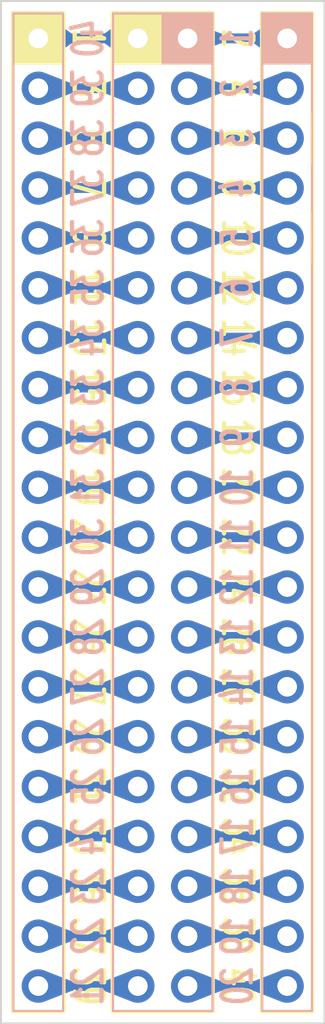
<source format=kicad_pcb>
(kicad_pcb (version 20221018) (generator pcbnew)
  (layers (0 "F.Cu" signal) (31 "B.Cu" signal) (34 "B.Paste" user) (35 "F.Paste" user) (36 "B.SilkS" user "B.Silkscreen") (37 "F.SilkS" user "F.Silkscreen") (38 "B.Mask" user) (39 "F.Mask" user) (44 "Edge.Cuts" user))
  (net 0 "")
  (net 1 "Net-(J1-Pin_1)")
  (net 2 "Net-(J1-Pin_2)")
  (net 3 "Net-(J1-Pin_3)")
  (net 4 "Net-(J1-Pin_4)")
  (net 5 "Net-(J1-Pin_5)")
  (net 6 "Net-(J1-Pin_6)")
  (net 7 "Net-(J1-Pin_7)")
  (net 8 "Net-(J1-Pin_8)")
  (net 9 "Net-(J1-Pin_9)")
  (net 10 "Net-(J1-Pin_10)")
  (net 11 "Net-(J1-Pin_11)")
  (net 12 "Net-(J1-Pin_12)")
  (net 13 "Net-(J1-Pin_13)")
  (net 14 "Net-(J1-Pin_14)")
  (net 15 "Net-(J1-Pin_15)")
  (net 16 "Net-(J1-Pin_16)")
  (net 17 "Net-(J1-Pin_17)")
  (net 18 "Net-(J1-Pin_18)")
  (net 19 "Net-(J1-Pin_19)")
  (net 20 "Net-(J1-Pin_20)")
  (net 21 "Net-(J1-Pin_21)")
  (net 22 "Net-(J1-Pin_22)")
  (net 23 "Net-(J1-Pin_23)")
  (net 24 "Net-(J1-Pin_24)")
  (net 25 "Net-(J1-Pin_25)")
  (net 26 "Net-(J1-Pin_26)")
  (net 27 "Net-(J1-Pin_27)")
  (net 28 "Net-(J1-Pin_28)")
  (net 29 "Net-(J1-Pin_29)")
  (net 30 "Net-(J1-Pin_30)")
  (net 31 "Net-(J1-Pin_31)")
  (net 32 "Net-(J1-Pin_32)")
  (net 33 "Net-(J1-Pin_33)")
  (net 34 "Net-(J1-Pin_34)")
  (net 35 "Net-(J1-Pin_35)")
  (net 36 "Net-(J1-Pin_36)")
  (net 37 "Net-(J1-Pin_37)")
  (net 38 "Net-(J1-Pin_38)")
  (net 39 "Net-(J1-Pin_39)")
  (net 40 "Net-(J1-Pin_40)")
  (footprint "Connector_PinHeader_2.54mm:PinHeader_1x20_P2.54mm_Vertical" (layer "F.Cu") (at 108.585 70.104)
    (fp_text reference "J3" hide)
    (fp_text value "LEFT SIDE" hide)
    (fp_line (start -1.33 -1.33) (end 0 -1.33) (stroke (width 0.12)) (layer "F.SilkS"))
    (fp_line (start -1.33 0) (end -1.33 -1.33) (stroke (width 0.12)) (layer "F.SilkS"))
    (fp_line (start -1.33 1.27) (end -1.33 49.59) (stroke (width 0.12)) (layer "F.SilkS"))
    (fp_line (start -1.33 1.27) (end 1.33 1.27) (stroke (width 0.12)) (layer "F.SilkS"))
    (fp_line (start -1.33 49.59) (end 1.33 49.59) (stroke (width 0.12)) (layer "F.SilkS"))
    (fp_line (start 1.33 1.27) (end 1.33 49.59) (stroke (width 0.12)) (layer "F.SilkS"))
    (pad "1" thru_hole rect (at 0 0) (size 1.7 1.7) (drill 1) (layers "*.Cu" "*.Mask") (net 1 "Net-(J1-Pin_1)"))
    (pad "2" thru_hole oval (at 0 2.54) (size 1.7 1.7) (drill 1) (layers "*.Cu" "*.Mask") (net 3 "Net-(J1-Pin_3)"))
    (pad "3" thru_hole oval (at 0 5.08) (size 1.7 1.7) (drill 1) (layers "*.Cu" "*.Mask") (net 5 "Net-(J1-Pin_5)"))
    (pad "4" thru_hole oval (at 0 7.62) (size 1.7 1.7) (drill 1) (layers "*.Cu" "*.Mask") (net 7 "Net-(J1-Pin_7)"))
    (pad "5" thru_hole oval (at 0 10.16) (size 1.7 1.7) (drill 1) (layers "*.Cu" "*.Mask") (net 9 "Net-(J1-Pin_9)"))
    (pad "6" thru_hole oval (at 0 12.7) (size 1.7 1.7) (drill 1) (layers "*.Cu" "*.Mask") (net 11 "Net-(J1-Pin_11)"))
    (pad "7" thru_hole oval (at 0 15.24) (size 1.7 1.7) (drill 1) (layers "*.Cu" "*.Mask") (net 13 "Net-(J1-Pin_13)"))
    (pad "8" thru_hole oval (at 0 17.78) (size 1.7 1.7) (drill 1) (layers "*.Cu" "*.Mask") (net 15 "Net-(J1-Pin_15)"))
    (pad "9" thru_hole oval (at 0 20.32) (size 1.7 1.7) (drill 1) (layers "*.Cu" "*.Mask") (net 17 "Net-(J1-Pin_17)"))
    (pad "10" thru_hole oval (at 0 22.86) (size 1.7 1.7) (drill 1) (layers "*.Cu" "*.Mask") (net 19 "Net-(J1-Pin_19)"))
    (pad "11" thru_hole oval (at 0 25.4) (size 1.7 1.7) (drill 1) (layers "*.Cu" "*.Mask") (net 21 "Net-(J1-Pin_21)"))
    (pad "12" thru_hole oval (at 0 27.94) (size 1.7 1.7) (drill 1) (layers "*.Cu" "*.Mask") (net 23 "Net-(J1-Pin_23)"))
    (pad "13" thru_hole oval (at 0 30.48) (size 1.7 1.7) (drill 1) (layers "*.Cu" "*.Mask") (net 25 "Net-(J1-Pin_25)"))
    (pad "14" thru_hole oval (at 0 33.02) (size 1.7 1.7) (drill 1) (layers "*.Cu" "*.Mask") (net 27 "Net-(J1-Pin_27)"))
    (pad "15" thru_hole oval (at 0 35.56) (size 1.7 1.7) (drill 1) (layers "*.Cu" "*.Mask") (net 29 "Net-(J1-Pin_29)"))
    (pad "16" thru_hole oval (at 0 38.1) (size 1.7 1.7) (drill 1) (layers "*.Cu" "*.Mask") (net 31 "Net-(J1-Pin_31)"))
    (pad "17" thru_hole oval (at 0 40.64) (size 1.7 1.7) (drill 1) (layers "*.Cu" "*.Mask") (net 33 "Net-(J1-Pin_33)"))
    (pad "18" thru_hole oval (at 0 43.18) (size 1.7 1.7) (drill 1) (layers "*.Cu" "*.Mask") (net 35 "Net-(J1-Pin_35)"))
    (pad "19" thru_hole oval (at 0 45.72) (size 1.7 1.7) (drill 1) (layers "*.Cu" "*.Mask") (net 37 "Net-(J1-Pin_37)"))
    (pad "20" thru_hole oval (at 0 48.26) (size 1.7 1.7) (drill 1) (layers "*.Cu" "*.Mask") (net 39 "Net-(J1-Pin_39)"))
  )
  (footprint "Connector_PinHeader_2.54mm:PinHeader_1x20_P2.54mm_Vertical" (layer "F.Cu") (at 121.285 70.104)
    (fp_text reference "J2" hide)
    (fp_text value "RIGHT SIDE" hide)
    (fp_line (start -1.33 -1.33) (end 0 -1.33) (stroke (width 0.12)) (layer "F.SilkS"))
    (fp_line (start -1.33 0) (end -1.33 -1.33) (stroke (width 0.12)) (layer "F.SilkS"))
    (fp_line (start -1.33 1.27) (end -1.33 49.59) (stroke (width 0.12)) (layer "F.SilkS"))
    (fp_line (start -1.33 1.27) (end 1.33 1.27) (stroke (width 0.12)) (layer "F.SilkS"))
    (fp_line (start -1.33 49.59) (end 1.33 49.59) (stroke (width 0.12)) (layer "F.SilkS"))
    (fp_line (start 1.33 1.27) (end 1.33 49.59) (stroke (width 0.12)) (layer "F.SilkS"))
    (pad "1" thru_hole rect (at 0 0) (size 1.7 1.7) (drill 1) (layers "*.Cu" "*.Mask") (net 2 "Net-(J1-Pin_2)"))
    (pad "2" thru_hole oval (at 0 2.54) (size 1.7 1.7) (drill 1) (layers "*.Cu" "*.Mask") (net 4 "Net-(J1-Pin_4)"))
    (pad "3" thru_hole oval (at 0 5.08) (size 1.7 1.7) (drill 1) (layers "*.Cu" "*.Mask") (net 6 "Net-(J1-Pin_6)"))
    (pad "4" thru_hole oval (at 0 7.62) (size 1.7 1.7) (drill 1) (layers "*.Cu" "*.Mask") (net 8 "Net-(J1-Pin_8)"))
    (pad "5" thru_hole oval (at 0 10.16) (size 1.7 1.7) (drill 1) (layers "*.Cu" "*.Mask") (net 10 "Net-(J1-Pin_10)"))
    (pad "6" thru_hole oval (at 0 12.7) (size 1.7 1.7) (drill 1) (layers "*.Cu" "*.Mask") (net 12 "Net-(J1-Pin_12)"))
    (pad "7" thru_hole oval (at 0 15.24) (size 1.7 1.7) (drill 1) (layers "*.Cu" "*.Mask") (net 14 "Net-(J1-Pin_14)"))
    (pad "8" thru_hole oval (at 0 17.78) (size 1.7 1.7) (drill 1) (layers "*.Cu" "*.Mask") (net 16 "Net-(J1-Pin_16)"))
    (pad "9" thru_hole oval (at 0 20.32) (size 1.7 1.7) (drill 1) (layers "*.Cu" "*.Mask") (net 18 "Net-(J1-Pin_18)"))
    (pad "10" thru_hole oval (at 0 22.86) (size 1.7 1.7) (drill 1) (layers "*.Cu" "*.Mask") (net 20 "Net-(J1-Pin_20)"))
    (pad "11" thru_hole oval (at 0 25.4) (size 1.7 1.7) (drill 1) (layers "*.Cu" "*.Mask") (net 22 "Net-(J1-Pin_22)"))
    (pad "12" thru_hole oval (at 0 27.94) (size 1.7 1.7) (drill 1) (layers "*.Cu" "*.Mask") (net 24 "Net-(J1-Pin_24)"))
    (pad "13" thru_hole oval (at 0 30.48) (size 1.7 1.7) (drill 1) (layers "*.Cu" "*.Mask") (net 26 "Net-(J1-Pin_26)"))
    (pad "14" thru_hole oval (at 0 33.02) (size 1.7 1.7) (drill 1) (layers "*.Cu" "*.Mask") (net 28 "Net-(J1-Pin_28)"))
    (pad "15" thru_hole oval (at 0 35.56) (size 1.7 1.7) (drill 1) (layers "*.Cu" "*.Mask") (net 30 "Net-(J1-Pin_30)"))
    (pad "16" thru_hole oval (at 0 38.1) (size 1.7 1.7) (drill 1) (layers "*.Cu" "*.Mask") (net 32 "Net-(J1-Pin_32)"))
    (pad "17" thru_hole oval (at 0 40.64) (size 1.7 1.7) (drill 1) (layers "*.Cu" "*.Mask") (net 34 "Net-(J1-Pin_34)"))
    (pad "18" thru_hole oval (at 0 43.18) (size 1.7 1.7) (drill 1) (layers "*.Cu" "*.Mask") (net 36 "Net-(J1-Pin_36)"))
    (pad "19" thru_hole oval (at 0 45.72) (size 1.7 1.7) (drill 1) (layers "*.Cu" "*.Mask") (net 38 "Net-(J1-Pin_38)"))
    (pad "20" thru_hole oval (at 0 48.26) (size 1.7 1.7) (drill 1) (layers "*.Cu" "*.Mask") (net 40 "Net-(J1-Pin_40)"))
  )
  (footprint "Connector_PinHeader_2.54mm:PinHeader_2x20_P2.54mm_Vertical" (layer "F.Cu") (at 113.665 70.104)
    (fp_text reference "J1" hide)
    (fp_text value "40-PIN HEADER" hide)
    (fp_line (start -1.33 -1.33) (end 0 -1.33) (stroke (width 0.12)) (layer "F.SilkS"))
    (fp_line (start -1.33 0) (end -1.33 -1.33) (stroke (width 0.12)) (layer "F.SilkS"))
    (fp_line (start -1.33 1.27) (end -1.33 49.59) (stroke (width 0.12)) (layer "F.SilkS"))
    (fp_line (start -1.33 1.27) (end 1.27 1.27) (stroke (width 0.12)) (layer "F.SilkS"))
    (fp_line (start -1.33 49.59) (end 3.87 49.59) (stroke (width 0.12)) (layer "F.SilkS"))
    (fp_line (start 1.27 -1.33) (end 3.87 -1.33) (stroke (width 0.12)) (layer "F.SilkS"))
    (fp_line (start 1.27 1.27) (end 1.27 -1.33) (stroke (width 0.12)) (layer "F.SilkS"))
    (fp_line (start 3.87 -1.33) (end 3.87 49.59) (stroke (width 0.12)) (layer "F.SilkS"))
    (pad "1" thru_hole rect (at 0 0) (size 1.7 1.7) (drill 1) (layers "*.Cu" "*.Mask") (net 1 "Net-(J1-Pin_1)"))
    (pad "2" thru_hole oval (at 2.54 0) (size 1.7 1.7) (drill 1) (layers "*.Cu" "*.Mask") (net 2 "Net-(J1-Pin_2)"))
    (pad "3" thru_hole oval (at 0 2.54) (size 1.7 1.7) (drill 1) (layers "*.Cu" "*.Mask") (net 3 "Net-(J1-Pin_3)"))
    (pad "4" thru_hole oval (at 2.54 2.54) (size 1.7 1.7) (drill 1) (layers "*.Cu" "*.Mask") (net 4 "Net-(J1-Pin_4)"))
    (pad "5" thru_hole oval (at 0 5.08) (size 1.7 1.7) (drill 1) (layers "*.Cu" "*.Mask") (net 5 "Net-(J1-Pin_5)"))
    (pad "6" thru_hole oval (at 2.54 5.08) (size 1.7 1.7) (drill 1) (layers "*.Cu" "*.Mask") (net 6 "Net-(J1-Pin_6)"))
    (pad "7" thru_hole oval (at 0 7.62) (size 1.7 1.7) (drill 1) (layers "*.Cu" "*.Mask") (net 7 "Net-(J1-Pin_7)"))
    (pad "8" thru_hole oval (at 2.54 7.62) (size 1.7 1.7) (drill 1) (layers "*.Cu" "*.Mask") (net 8 "Net-(J1-Pin_8)"))
    (pad "9" thru_hole oval (at 0 10.16) (size 1.7 1.7) (drill 1) (layers "*.Cu" "*.Mask") (net 9 "Net-(J1-Pin_9)"))
    (pad "10" thru_hole oval (at 2.54 10.16) (size 1.7 1.7) (drill 1) (layers "*.Cu" "*.Mask") (net 10 "Net-(J1-Pin_10)"))
    (pad "11" thru_hole oval (at 0 12.7) (size 1.7 1.7) (drill 1) (layers "*.Cu" "*.Mask") (net 11 "Net-(J1-Pin_11)"))
    (pad "12" thru_hole oval (at 2.54 12.7) (size 1.7 1.7) (drill 1) (layers "*.Cu" "*.Mask") (net 12 "Net-(J1-Pin_12)"))
    (pad "13" thru_hole oval (at 0 15.24) (size 1.7 1.7) (drill 1) (layers "*.Cu" "*.Mask") (net 13 "Net-(J1-Pin_13)"))
    (pad "14" thru_hole oval (at 2.54 15.24) (size 1.7 1.7) (drill 1) (layers "*.Cu" "*.Mask") (net 14 "Net-(J1-Pin_14)"))
    (pad "15" thru_hole oval (at 0 17.78) (size 1.7 1.7) (drill 1) (layers "*.Cu" "*.Mask") (net 15 "Net-(J1-Pin_15)"))
    (pad "16" thru_hole oval (at 2.54 17.78) (size 1.7 1.7) (drill 1) (layers "*.Cu" "*.Mask") (net 16 "Net-(J1-Pin_16)"))
    (pad "17" thru_hole oval (at 0 20.32) (size 1.7 1.7) (drill 1) (layers "*.Cu" "*.Mask") (net 17 "Net-(J1-Pin_17)"))
    (pad "18" thru_hole oval (at 2.54 20.32) (size 1.7 1.7) (drill 1) (layers "*.Cu" "*.Mask") (net 18 "Net-(J1-Pin_18)"))
    (pad "19" thru_hole oval (at 0 22.86) (size 1.7 1.7) (drill 1) (layers "*.Cu" "*.Mask") (net 19 "Net-(J1-Pin_19)"))
    (pad "20" thru_hole oval (at 2.54 22.86) (size 1.7 1.7) (drill 1) (layers "*.Cu" "*.Mask") (net 20 "Net-(J1-Pin_20)"))
    (pad "21" thru_hole oval (at 0 25.4) (size 1.7 1.7) (drill 1) (layers "*.Cu" "*.Mask") (net 21 "Net-(J1-Pin_21)"))
    (pad "22" thru_hole oval (at 2.54 25.4) (size 1.7 1.7) (drill 1) (layers "*.Cu" "*.Mask") (net 22 "Net-(J1-Pin_22)"))
    (pad "23" thru_hole oval (at 0 27.94) (size 1.7 1.7) (drill 1) (layers "*.Cu" "*.Mask") (net 23 "Net-(J1-Pin_23)"))
    (pad "24" thru_hole oval (at 2.54 27.94) (size 1.7 1.7) (drill 1) (layers "*.Cu" "*.Mask") (net 24 "Net-(J1-Pin_24)"))
    (pad "25" thru_hole oval (at 0 30.48) (size 1.7 1.7) (drill 1) (layers "*.Cu" "*.Mask") (net 25 "Net-(J1-Pin_25)"))
    (pad "26" thru_hole oval (at 2.54 30.48) (size 1.7 1.7) (drill 1) (layers "*.Cu" "*.Mask") (net 26 "Net-(J1-Pin_26)"))
    (pad "27" thru_hole oval (at 0 33.02) (size 1.7 1.7) (drill 1) (layers "*.Cu" "*.Mask") (net 27 "Net-(J1-Pin_27)"))
    (pad "28" thru_hole oval (at 2.54 33.02) (size 1.7 1.7) (drill 1) (layers "*.Cu" "*.Mask") (net 28 "Net-(J1-Pin_28)"))
    (pad "29" thru_hole oval (at 0 35.56) (size 1.7 1.7) (drill 1) (layers "*.Cu" "*.Mask") (net 29 "Net-(J1-Pin_29)"))
    (pad "30" thru_hole oval (at 2.54 35.56) (size 1.7 1.7) (drill 1) (layers "*.Cu" "*.Mask") (net 30 "Net-(J1-Pin_30)"))
    (pad "31" thru_hole oval (at 0 38.1) (size 1.7 1.7) (drill 1) (layers "*.Cu" "*.Mask") (net 31 "Net-(J1-Pin_31)"))
    (pad "32" thru_hole oval (at 2.54 38.1) (size 1.7 1.7) (drill 1) (layers "*.Cu" "*.Mask") (net 32 "Net-(J1-Pin_32)"))
    (pad "33" thru_hole oval (at 0 40.64) (size 1.7 1.7) (drill 1) (layers "*.Cu" "*.Mask") (net 33 "Net-(J1-Pin_33)"))
    (pad "34" thru_hole oval (at 2.54 40.64) (size 1.7 1.7) (drill 1) (layers "*.Cu" "*.Mask") (net 34 "Net-(J1-Pin_34)"))
    (pad "35" thru_hole oval (at 0 43.18) (size 1.7 1.7) (drill 1) (layers "*.Cu" "*.Mask") (net 35 "Net-(J1-Pin_35)"))
    (pad "36" thru_hole oval (at 2.54 43.18) (size 1.7 1.7) (drill 1) (layers "*.Cu" "*.Mask") (net 36 "Net-(J1-Pin_36)"))
    (pad "37" thru_hole oval (at 0 45.72) (size 1.7 1.7) (drill 1) (layers "*.Cu" "*.Mask") (net 37 "Net-(J1-Pin_37)"))
    (pad "38" thru_hole oval (at 2.54 45.72) (size 1.7 1.7) (drill 1) (layers "*.Cu" "*.Mask") (net 38 "Net-(J1-Pin_38)"))
    (pad "39" thru_hole oval (at 0 48.26) (size 1.7 1.7) (drill 1) (layers "*.Cu" "*.Mask") (net 39 "Net-(J1-Pin_39)"))
    (pad "40" thru_hole oval (at 2.54 48.26) (size 1.7 1.7) (drill 1) (layers "*.Cu" "*.Mask") (net 40 "Net-(J1-Pin_40)"))
  )
  (gr_rect (start 107.315 68.834) (end 109.855 119.634) (stroke (width 0.12)) (fill none) (layer "B.SilkS"))
  (gr_rect (start 120.015 68.834) (end 122.555 119.634) (stroke (width 0.12)) (fill none) (layer "B.SilkS"))
  (gr_rect (start 112.395 68.834) (end 117.475 119.634) (stroke (width 0.12)) (fill none) (layer "B.SilkS"))
  (gr_rect (start 114.935 68.834) (end 117.475 71.374) (stroke (width 0.12)) (fill solid) (layer "B.SilkS"))
  (gr_rect (start 120.015 68.834) (end 122.555 71.374) (stroke (width 0.12)) (fill solid) (layer "B.SilkS"))
  (gr_rect (start 112.335 68.774) (end 114.935 71.374) (stroke (width 0.12)) (fill solid) (layer "F.SilkS"))
  (gr_rect (start 119.955 68.774) (end 122.615 71.374) (stroke (width 0.12)) (fill none) (layer "F.SilkS"))
  (gr_line (start 122.555 73.914) (end 122.555 76.454) (stroke (width 0.15)) (layer "F.SilkS"))
  (gr_rect (start 107.255 68.774) (end 109.915 71.374) (stroke (width 0.12)) (fill solid) (layer "F.SilkS"))
  (gr_line (start 122.555 78.994) (end 122.555 81.534) (stroke (width 0.15)) (layer "F.SilkS"))
  (gr_rect (start 106.68 68.199) (end 123.19 120.269) (stroke (width 0.1)) (fill none) (layer "Edge.Cuts"))
  (gr_text "31" (at 111.125 92.964 90) (layer "B.SilkS") (effects (font (size 1.5 1) (thickness 0.22)) (justify mirror)))
  (gr_text "20" (at 118.745 118.364 90) (layer "B.SilkS") (effects (font (size 1.5 1) (thickness 0.22)) (justify mirror)))
  (gr_text "22" (at 111.125 115.824 90) (layer "B.SilkS") (effects (font (size 1.5 1) (thickness 0.22)) (justify mirror)))
  (gr_text "40" (at 111.125 70.104 90) (layer "B.SilkS") (effects (font (size 1.5 1) (thickness 0.22)) (justify mirror)))
  (gr_text "2" (at 118.745 72.644 90) (layer "B.SilkS") (effects (font (size 1.5 1) (thickness 0.22)) (justify mirror)))
  (gr_text "16" (at 118.745 108.204 90) (layer "B.SilkS") (effects (font (size 1.5 1) (thickness 0.22)) (justify mirror)))
  (gr_text "3" (at 118.745 75.184 90) (layer "B.SilkS") (effects (font (size 1.5 1) (thickness 0.22)) (justify mirror)))
  (gr_text "38" (at 111.125 75.184 90) (layer "B.SilkS") (effects (font (size 1.5 1) (thickness 0.22)) (justify mirror)))
  (gr_text "24" (at 111.125 110.744 90) (layer "B.SilkS") (effects (font (size 1.5 1) (thickness 0.22)) (justify mirror)))
  (gr_text "30" (at 111.125 95.504 90) (layer "B.SilkS") (effects (font (size 1.5 1) (thickness 0.22)) (justify mirror)))
  (gr_text "11" (at 118.745 95.504 90) (layer "B.SilkS") (effects (font (size 1.5 1) (thickness 0.22)) (justify mirror)))
  (gr_text "1" (at 118.745 70.104 -270) (layer "B.SilkS") (effects (font (size 1.5 1) (thickness 0.22)) (justify mirror)))
  (gr_text "4" (at 118.745 77.724 90) (layer "B.SilkS") (effects (font (size 1.5 1) (thickness 0.22)) (justify mirror)))
  (gr_text "27" (at 111.125 103.124 90) (layer "B.SilkS") (effects (font (size 1.5 1) (thickness 0.22)) (justify mirror)))
  (gr_text "12" (at 118.745 98.044 90) (layer "B.SilkS") (effects (font (size 1.5 1) (thickness 0.22)) (justify mirror)))
  (gr_text "8" (at 118.745 87.884 90) (layer "B.SilkS") (effects (font (size 1.5 1) (thickness 0.22)) (justify mirror)))
  (gr_text "9" (at 118.745 90.424 90) (layer "B.SilkS") (effects (font (size 1.5 1) (thickness 0.22)) (justify mirror)))
  (gr_text "17" (at 118.745 110.744 90) (layer "B.SilkS") (effects (font (size 1.5 1) (thickness 0.22)) (justify mirror)))
  (gr_text "33" (at 111.125 87.884 90) (layer "B.SilkS") (effects (font (size 1.5 1) (thickness 0.22)) (justify mirror)))
  (gr_text "36" (at 111.125 80.264 90) (layer "B.SilkS") (effects (font (size 1.5 1) (thickness 0.22)) (justify mirror)))
  (gr_text "28" (at 111.125 100.584 90) (layer "B.SilkS") (effects (font (size 1.5 1) (thickness 0.22)) (justify mirror)))
  (gr_text "15" (at 118.745 105.664 90) (layer "B.SilkS") (effects (font (size 1.5 1) (thickness 0.22)) (justify mirror)))
  (gr_text "32" (at 111.125 90.424 90) (layer "B.SilkS") (effects (font (size 1.5 1) (thickness 0.22)) (justify mirror)))
  (gr_text "23" (at 111.125 113.284 90) (layer "B.SilkS") (effects (font (size 1.5 1) (thickness 0.22)) (justify mirror)))
  (gr_text "29" (at 111.125 98.044 90) (layer "B.SilkS") (effects (font (size 1.5 1) (thickness 0.22)) (justify mirror)))
  (gr_text "39" (at 111.125 72.644 90) (layer "B.SilkS") (effects (font (size 1.5 1) (thickness 0.22)) (justify mirror)))
  (gr_text "35" (at 111.125 82.804 90) (layer "B.SilkS") (effects (font (size 1.5 1) (thickness 0.22)) (justify mirror)))
  (gr_text "19" (at 118.745 115.824 90) (layer "B.SilkS") (effects (font (size 1.5 1) (thickness 0.22)) (justify mirror)))
  (gr_text "26" (at 111.125 105.664 90) (layer "B.SilkS") (effects (font (size 1.5 1) (thickness 0.22)) (justify mirror)))
  (gr_text "5" (at 118.745 80.264 90) (layer "B.SilkS") (effects (font (size 1.5 1) (thickness 0.22)) (justify mirror)))
  (gr_text "6" (at 118.745 82.804 90) (layer "B.SilkS") (effects (font (size 1.5 1) (thickness 0.22)) (justify mirror)))
  (gr_text "21" (at 111.125 118.364 90) (layer "B.SilkS") (effects (font (size 1.5 1) (thickness 0.22)) (justify mirror)))
  (gr_text "18" (at 118.745 113.284 90) (layer "B.SilkS") (effects (font (size 1.5 1) (thickness 0.22)) (justify mirror)))
  (gr_text "37" (at 111.125 77.724 90) (layer "B.SilkS") (effects (font (size 1.5 1) (thickness 0.22)) (justify mirror)))
  (gr_text "13" (at 118.745 100.584 90) (layer "B.SilkS") (effects (font (size 1.5 1) (thickness 0.22)) (justify mirror)))
  (gr_text "34" (at 111.125 85.344 90) (layer "B.SilkS") (effects (font (size 1.5 1) (thickness 0.22)) (justify mirror)))
  (gr_text "7" (at 118.745 85.344 90) (layer "B.SilkS") (effects (font (size 1.5 1) (thickness 0.22)) (justify mirror)))
  (gr_text "25" (at 111.125 108.204 90) (layer "B.SilkS") (effects (font (size 1.5 1) (thickness 0.22)) (justify mirror)))
  (gr_text "14" (at 118.745 103.124 90) (layer "B.SilkS") (effects (font (size 1.5 1) (thickness 0.22)) (justify mirror)))
  (gr_text "10" (at 118.745 92.964 90) (layer "B.SilkS") (effects (font (size 1.5 1) (thickness 0.22)) (justify mirror)))
  (gr_text "33" (at 111.125 110.744 270) (layer "F.SilkS") (effects (font (size 1.5 1) (thickness 0.22))))
  (gr_text "9" (at 111.125 80.264 270) (layer "F.SilkS") (effects (font (size 1.5 1) (thickness 0.22))))
  (gr_text "27" (at 111.125 103.124 270) (layer "F.SilkS") (effects (font (size 1.5 1) (thickness 0.22))))
  (gr_text "17" (at 111.125 90.424 270) (layer "F.SilkS") (effects (font (size 1.5 1) (thickness 0.22))))
  (gr_text "14" (at 118.745 85.344 270) (layer "F.SilkS") (effects (font (size 1.5 1) (thickness 0.22))))
  (gr_text "8" (at 118.745 77.724 270) (layer "F.SilkS") (effects (font (size 1.5 1) (thickness 0.22))))
  (gr_text "36" (at 118.745 113.284 270) (layer "F.SilkS") (effects (font (size 1.5 1) (thickness 0.22))))
  (gr_text "40" (at 118.745 118.364 270) (layer "F.SilkS") (effects (font (size 1.5 1) (thickness 0.22))))
  (gr_text "5" (at 111.125 75.184 270) (layer "F.SilkS") (effects (font (size 1.5 1) (thickness 0.22))))
  (gr_text "4" (at 118.745 72.644 270) (layer "F.SilkS") (effects (font (size 1.5 1) (thickness 0.22))))
  (gr_text "28" (at 118.745 103.124 270) (layer "F.SilkS") (effects (font (size 1.5 1) (thickness 0.22))))
  (gr_text "31" (at 111.125 108.204 270) (layer "F.SilkS") (effects (font (size 1.5 1) (thickness 0.22))))
  (gr_text "11" (at 111.125 82.804 270) (layer "F.SilkS") (effects (font (size 1.5 1) (thickness 0.22))))
  (gr_text "26" (at 118.745 100.584 270) (layer "F.SilkS") (effects (font (size 1.5 1) (thickness 0.22))))
  (gr_text "22" (at 118.745 95.504 270) (layer "F.SilkS") (effects (font (size 1.5 1) (thickness 0.22))))
  (gr_text "25" (at 111.125 100.584 270) (layer "F.SilkS") (effects (font (size 1.5 1) (thickness 0.22))))
  (gr_text "18" (at 118.745 90.424 270) (layer "F.SilkS") (effects (font (size 1.5 1) (thickness 0.22))))
  (gr_text "13" (at 111.125 85.344 270) (layer "F.SilkS") (effects (font (size 1.5 1) (thickness 0.22))))
  (gr_text "6" (at 118.745 75.184 270) (layer "F.SilkS") (effects (font (size 1.5 1) (thickness 0.22))))
  (gr_text "19" (at 111.125 92.964 270) (layer "F.SilkS") (effects (font (size 1.5 1) (thickness 0.22))))
  (gr_text "37" (at 111.125 115.824 270) (layer "F.SilkS") (effects (font (size 1.5 1) (thickness 0.22))))
  (gr_text "29" (at 111.125 105.664 270) (layer "F.SilkS") (effects (font (size 1.5 1) (thickness 0.22))))
  (gr_text "3" (at 111.125 72.644 270) (layer "F.SilkS") (effects (font (size 1.5 1) (thickness 0.22))))
  (gr_text "16" (at 118.745 87.884 270) (layer "F.SilkS") (effects (font (size 1.5 1) (thickness 0.22))))
  (gr_text "10" (at 118.745 80.264 270) (layer "F.SilkS") (effects (font (size 1.5 1) (thickness 0.22))))
  (gr_text "7" (at 111.125 77.724 270) (layer "F.SilkS") (effects (font (size 1.5 1) (thickness 0.22))))
  (gr_text "32" (at 118.745 108.204 270) (layer "F.SilkS") (effects (font (size 1.5 1) (thickness 0.22))))
  (gr_text "15" (at 111.125 87.884 270) (layer "F.SilkS") (effects (font (size 1.5 1) (thickness 0.22))))
  (gr_text "34" (at 118.745 110.744 270) (layer "F.SilkS") (effects (font (size 1.5 1) (thickness 0.22))))
  (gr_text "21" (at 111.125 95.504 270) (layer "F.SilkS") (effects (font (size 1.5 1) (thickness 0.22))))
  (gr_text "23" (at 111.125 98.044 270) (layer "F.SilkS") (effects (font (size 1.5 1) (thickness 0.22))))
  (gr_text "35" (at 111.125 113.284 270) (layer "F.SilkS") (effects (font (size 1.5 1) (thickness 0.22))))
  (gr_text "39" (at 111.125 118.364 270) (layer "F.SilkS") (effects (font (size 1.5 1) (thickness 0.22))))
  (gr_text "1" (at 111.125 70.104 270) (layer "F.SilkS") (effects (font (size 1.5 1) (thickness 0.22))))
  (gr_text "38" (at 118.745 115.824 270) (layer "F.SilkS") (effects (font (size 1.5 1) (thickness 0.22))))
  (gr_text "30" (at 118.745 105.664 270) (layer "F.SilkS") (effects (font (size 1.5 1) (thickness 0.22))))
  (gr_text "2" (at 118.745 70.104 270) (layer "F.SilkS") (effects (font (size 1.5 1) (thickness 0.22))))
  (gr_text "24" (at 118.745 98.044 270) (layer "F.SilkS") (effects (font (size 1.5 1) (thickness 0.22))))
  (gr_text "20" (at 118.745 92.964 270) (layer "F.SilkS") (effects (font (size 1.5 1) (thickness 0.22))))
  (gr_text "12" (at 118.745 82.804 270) (layer "F.SilkS") (effects (font (size 1.5 1) (thickness 0.22))))
  (segment (start 108.585 70.104) (end 113.665 70.104) (width 0.5) (layer "F.Cu") (net 1))
  (segment (start 108.585 70.104) (end 113.665 70.104) (width 0.5) (layer "B.Cu") (net 1))
  (segment (start 116.205 70.104) (end 121.285 70.104) (width 0.5) (layer "F.Cu") (net 2))
  (segment (start 116.205 70.104) (end 121.285 70.104) (width 0.5) (layer "B.Cu") (net 2))
  (segment (start 113.665 72.644) (end 108.585 72.644) (width 0.5) (layer "F.Cu") (net 3))
  (segment (start 113.665 72.644) (end 108.585 72.644) (width 0.5) (layer "B.Cu") (net 3))
  (segment (start 116.205 72.644) (end 121.285 72.644) (width 0.5) (layer "F.Cu") (net 4))
  (segment (start 116.205 72.644) (end 121.285 72.644) (width 0.5) (layer "B.Cu") (net 4))
  (segment (start 108.585 75.184) (end 113.665 75.184) (width 0.5) (layer "F.Cu") (net 5))
  (segment (start 108.585 75.184) (end 113.665 75.184) (width 0.5) (layer "B.Cu") (net 5))
  (segment (start 116.205 75.184) (end 121.285 75.184) (width 0.5) (layer "F.Cu") (net 6))
  (segment (start 116.205 75.184) (end 121.285 75.184) (width 0.5) (layer "B.Cu") (net 6))
  (segment (start 113.665 77.724) (end 108.585 77.724) (width 0.5) (layer "F.Cu") (net 7))
  (segment (start 113.665 77.724) (end 108.585 77.724) (width 0.5) (layer "B.Cu") (net 7))
  (segment (start 116.205 77.724) (end 121.285 77.724) (width 0.5) (layer "F.Cu") (net 8))
  (segment (start 116.205 77.724) (end 121.285 77.724) (width 0.5) (layer "B.Cu") (net 8))
  (segment (start 108.585 80.264) (end 113.665 80.264) (width 0.5) (layer "F.Cu") (net 9))
  (segment (start 108.585 80.264) (end 113.665 80.264) (width 0.5) (layer "B.Cu") (net 9))
  (segment (start 116.205 80.264) (end 121.285 80.264) (width 0.5) (layer "F.Cu") (net 10))
  (segment (start 116.205 80.264) (end 121.285 80.264) (width 0.5) (layer "B.Cu") (net 10))
  (segment (start 113.665 82.804) (end 108.585 82.804) (width 0.5) (layer "F.Cu") (net 11))
  (segment (start 113.665 82.804) (end 108.585 82.804) (width 0.5) (layer "B.Cu") (net 11))
  (segment (start 116.205 82.804) (end 121.285 82.804) (width 0.5) (layer "F.Cu") (net 12))
  (segment (start 116.205 82.804) (end 121.285 82.804) (width 0.5) (layer "B.Cu") (net 12))
  (segment (start 108.585 85.344) (end 113.665 85.344) (width 0.5) (layer "F.Cu") (net 13))
  (segment (start 108.585 85.344) (end 113.665 85.344) (width 0.5) (layer "B.Cu") (net 13))
  (segment (start 116.205 85.344) (end 121.285 85.344) (width 0.5) (layer "F.Cu") (net 14))
  (segment (start 116.205 85.344) (end 121.285 85.344) (width 0.5) (layer "B.Cu") (net 14))
  (segment (start 113.665 87.884) (end 108.585 87.884) (width 0.5) (layer "F.Cu") (net 15))
  (segment (start 113.665 87.884) (end 108.585 87.884) (width 0.5) (layer "B.Cu") (net 15))
  (segment (start 116.205 87.884) (end 121.285 87.884) (width 0.5) (layer "F.Cu") (net 16))
  (segment (start 116.205 87.884) (end 121.285 87.884) (width 0.5) (layer "B.Cu") (net 16))
  (segment (start 108.585 90.424) (end 113.665 90.424) (width 0.5) (layer "F.Cu") (net 17))
  (segment (start 108.585 90.424) (end 113.665 90.424) (width 0.5) (layer "B.Cu") (net 17))
  (segment (start 116.205 90.424) (end 121.285 90.424) (width 0.5) (layer "F.Cu") (net 18))
  (segment (start 116.205 90.424) (end 121.285 90.424) (width 0.5) (layer "B.Cu") (net 18))
  (segment (start 113.665 92.964) (end 108.585 92.964) (width 0.5) (layer "F.Cu") (net 19))
  (segment (start 113.665 92.964) (end 108.585 92.964) (width 0.5) (layer "B.Cu") (net 19))
  (segment (start 116.205 92.964) (end 121.285 92.964) (width 0.5) (layer "F.Cu") (net 20))
  (segment (start 116.205 92.964) (end 121.285 92.964) (width 0.5) (layer "B.Cu") (net 20))
  (segment (start 108.585 95.504) (end 113.665 95.504) (width 0.5) (layer "F.Cu") (net 21))
  (segment (start 108.585 95.504) (end 113.665 95.504) (width 0.5) (layer "B.Cu") (net 21))
  (segment (start 116.205 95.504) (end 121.285 95.504) (width 0.5) (layer "F.Cu") (net 22))
  (segment (start 116.205 95.504) (end 121.285 95.504) (width 0.5) (layer "B.Cu") (net 22))
  (segment (start 113.665 98.044) (end 108.585 98.044) (width 0.5) (layer "F.Cu") (net 23))
  (segment (start 113.665 98.044) (end 108.585 98.044) (width 0.5) (layer "B.Cu") (net 23))
  (segment (start 116.205 98.044) (end 121.285 98.044) (width 0.5) (layer "F.Cu") (net 24))
  (segment (start 116.205 98.044) (end 121.285 98.044) (width 0.5) (layer "B.Cu") (net 24))
  (segment (start 108.585 100.584) (end 113.665 100.584) (width 0.5) (layer "F.Cu") (net 25))
  (segment (start 108.585 100.584) (end 113.665 100.584) (width 0.5) (layer "B.Cu") (net 25))
  (segment (start 116.205 100.584) (end 121.285 100.584) (width 0.5) (layer "F.Cu") (net 26))
  (segment (start 116.205 100.584) (end 121.285 100.584) (width 0.5) (layer "B.Cu") (net 26))
  (segment (start 113.665 103.124) (end 108.585 103.124) (width 0.5) (layer "F.Cu") (net 27))
  (segment (start 113.665 103.124) (end 108.585 103.124) (width 0.5) (layer "B.Cu") (net 27))
  (segment (start 116.205 103.124) (end 121.285 103.124) (width 0.5) (layer "F.Cu") (net 28))
  (segment (start 121.285 103.124) (end 116.205 103.124) (width 0.5) (layer "B.Cu") (net 28))
  (segment (start 108.585 105.664) (end 113.665 105.664) (width 0.5) (layer "F.Cu") (net 29))
  (segment (start 108.585 105.664) (end 113.665 105.664) (width 0.5) (layer "B.Cu") (net 29))
  (segment (start 116.205 105.664) (end 121.285 105.664) (width 0.5) (layer "F.Cu") (net 30))
  (segment (start 116.205 105.664) (end 121.285 105.664) (width 0.5) (layer "B.Cu") (net 30))
  (segment (start 113.665 108.204) (end 108.585 108.204) (width 0.5) (layer "F.Cu") (net 31))
  (segment (start 113.665 108.204) (end 108.585 108.204) (width 0.5) (layer "B.Cu") (net 31))
  (segment (start 116.205 108.204) (end 121.285 108.204) (width 0.5) (layer "F.Cu") (net 32))
  (segment (start 121.285 108.204) (end 116.205 108.204) (width 0.5) (layer "B.Cu") (net 32))
  (segment (start 108.585 110.744) (end 113.665 110.744) (width 0.5) (layer "F.Cu") (net 33))
  (segment (start 108.585 110.744) (end 113.665 110.744) (width 0.5) (layer "B.Cu") (net 33))
  (segment (start 116.205 110.744) (end 121.285 110.744) (width 0.5) (layer "F.Cu") (net 34))
  (segment (start 116.205 110.744) (end 121.285 110.744) (width 0.5) (layer "B.Cu") (net 34))
  (segment (start 113.665 113.284) (end 108.585 113.284) (width 0.5) (layer "F.Cu") (net 35))
  (segment (start 113.665 113.284) (end 108.585 113.284) (width 0.5) (layer "B.Cu") (net 35))
  (segment (start 116.205 113.284) (end 121.285 113.284) (width 0.5) (layer "F.Cu") (net 36))
  (segment (start 116.205 113.284) (end 121.285 113.284) (width 0.5) (layer "B.Cu") (net 36))
  (segment (start 108.585 115.824) (end 113.665 115.824) (width 0.5) (layer "F.Cu") (net 37))
  (segment (start 108.585 115.824) (end 113.665 115.824) (width 0.5) (layer "B.Cu") (net 37))
  (segment (start 116.205 115.824) (end 121.285 115.824) (width 0.5) (layer "F.Cu") (net 38))
  (segment (start 116.205 115.824) (end 121.285 115.824) (width 0.5) (layer "B.Cu") (net 38))
  (segment (start 113.665 118.364) (end 108.585 118.364) (width 0.5) (layer "F.Cu") (net 39))
  (segment (start 113.665 118.364) (end 108.585 118.364) (width 0.5) (layer "B.Cu") (net 39))
  (segment (start 116.205 118.364) (end 121.285 118.364) (width 0.5) (layer "F.Cu") (net 40))
  (segment (start 116.205 118.364) (end 121.285 118.364) (width 0.5) (layer "B.Cu") (net 40))
)
</source>
